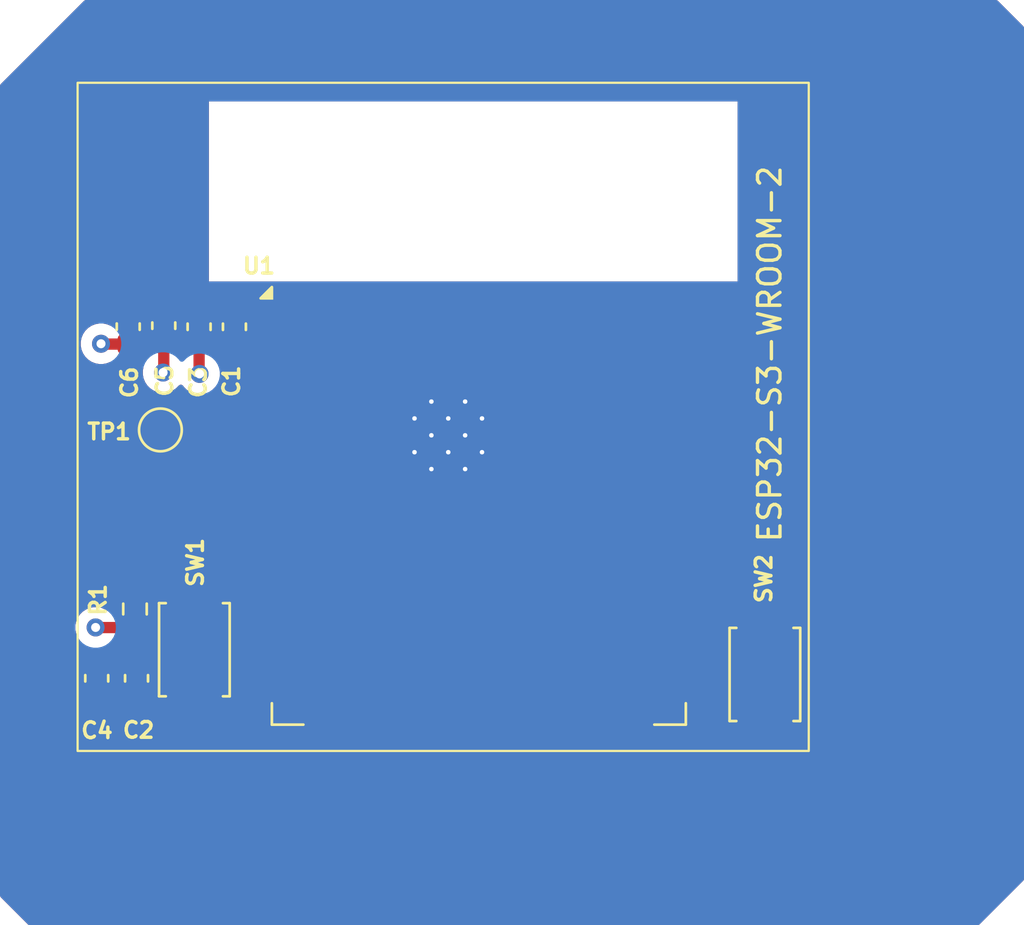
<source format=kicad_pcb>
(kicad_pcb (version 20241229) (generator "pcbnew") (generator_version "9.0")
  (layers (0 "F.Cu" signal) (4 "In1.Cu" signal) (6 "In2.Cu" signal) (2 "B.Cu" signal) (13 "F.Paste" user) (15 "B.Paste" user) (5 "F.SilkS" user "F.Silkscreen") (7 "B.SilkS" user "B.Silkscreen") (1 "F.Mask" user) (3 "B.Mask" user) (25 "Edge.Cuts" user))
  (net 0 "")
  (net 1 "/block_ESP32-S3-WROOM-2/+3V3")
  (net 2 "/block_ESP32-S3-WROOM-2/GND")
  (net 3 "Net-(U1-EN)")
  (net 4 "Net-(U1-IO0)")
  (net 5 "/block_ESP32-S3-WROOM-2/IO15")
  (net 7 "/block_ESP32-S3-WROOM-2/IO12")
  (net 8 "/block_ESP32-S3-WROOM-2/IO6")
  (net 9 "/block_ESP32-S3-WROOM-2/MTDO{slash}IO40")
  (net 10 "/block_ESP32-S3-WROOM-2/IO21")
  (net 11 "/block_ESP32-S3-WROOM-2/IO46")
  (net 12 "/block_ESP32-S3-WROOM-2/IO7")
  (net 13 "/block_ESP32-S3-WROOM-2/IO8")
  (net 14 "/block_ESP32-S3-WROOM-2/IO18")
  (net 15 "/block_ESP32-S3-WROOM-2/IO2")
  (net 16 "/block_ESP32-S3-WROOM-2/IO3")
  (net 17 "/block_ESP32-S3-WROOM-2/IO48")
  (net 18 "/block_ESP32-S3-WROOM-2/IO10")
  (net 19 "/block_ESP32-S3-WROOM-2/IO47")
  (net 20 "/block_ESP32-S3-WROOM-2/IO9")
  (net 21 "/block_ESP32-S3-WROOM-2/MTCK{slash}IO39")
  (net 22 "/block_ESP32-S3-WROOM-2/IO45")
  (net 24 "/block_ESP32-S3-WROOM-2/IO13")
  (net 25 "/block_ESP32-S3-WROOM-2/IO11")
  (net 26 "/block_ESP32-S3-WROOM-2/RXD0{slash}IO44")
  (net 27 "/block_ESP32-S3-WROOM-2/IO5")
  (net 28 "/block_ESP32-S3-WROOM-2/USB_D-")
  (net 30 "/block_ESP32-S3-WROOM-2/IO4")
  (net 31 "/block_ESP32-S3-WROOM-2/IO38")
  (net 32 "/block_ESP32-S3-WROOM-2/IO17")
  (net 33 "/block_ESP32-S3-WROOM-2/IO14")
  (net 34 "/block_ESP32-S3-WROOM-2/IO16")
  (net 35 "/block_ESP32-S3-WROOM-2/MTDI{slash}IO41")
  (net 36 "/block_ESP32-S3-WROOM-2/USB_D+")
  (net 37 "/block_ESP32-S3-WROOM-2/TXD0{slash}IO43")
  (net 38 "/block_ESP32-S3-WROOM-2/IO1")
  (net 39 "/block_ESP32-S3-WROOM-2/MTMS{slash}IO42")
  (footprint "Capacitor_SMD:C_0603_1608Metric" (layer "F.Cu") (at 62.06 59.72 90)
    (property "Reference" "C6" (at -2.48 0.05 90) (layer "F.SilkS") (effects (font (size 0.7 0.7) (thickness 0.153))))
    (property "Value" "0.1uF")
    (fp_line (start -0.14058 -0.51) (end 0.14058 -0.51) (stroke (width 0.12)) (layer "F.SilkS"))
    (fp_line (start -0.14058 0.51) (end 0.14058 0.51) (stroke (width 0.12)) (layer "F.SilkS"))
    (pad "1" smd roundrect (at -0.775 0 90) (size 0.9 0.95) (layers "F.Cu" "F.Mask" "F.Paste") (net 1 "/block_ESP32-S3-WROOM-2/+3V3"))
    (pad "2" smd roundrect (at 0.775 0 90) (size 0.9 0.95) (layers "F.Cu" "F.Mask" "F.Paste") (net 2 "/block_ESP32-S3-WROOM-2/GND"))
  )
  (footprint "TestPoint:TestPoint_Pad_D1.5mm" (layer "F.Cu") (at 63.49 64.31)
    (property "Reference" "TP1" (at -2.28 0.08 0) (layer "F.SilkS") (effects (font (size 0.7 0.7) (thickness 0.153))))
    (property "Value" "TestPoint")
    (fp_circle (center 0 0) (end 0 0.95) (stroke (width 0.12)) (fill no) (layer "F.SilkS"))
    (pad "1" smd circle (at 0 0) (size 1.5 1.5) (layers "F.Cu" "F.Mask") (net 3 "Net-(U1-EN)"))
  )
  (footprint "Capacitor_SMD:C_0603_1608Metric" (layer "F.Cu") (at 66.78 59.725 90)
    (property "Reference" "C1" (at -2.425 -0.13 90) (layer "F.SilkS") (effects (font (size 0.7 0.7) (thickness 0.153))))
    (property "Value" "22uF")
    (fp_line (start -0.14058 -0.51) (end 0.14058 -0.51) (stroke (width 0.12)) (layer "F.SilkS"))
    (fp_line (start -0.14058 0.51) (end 0.14058 0.51) (stroke (width 0.12)) (layer "F.SilkS"))
    (pad "1" smd roundrect (at -0.775 0 90) (size 0.9 0.95) (layers "F.Cu" "F.Mask" "F.Paste") (net 1 "/block_ESP32-S3-WROOM-2/+3V3"))
    (pad "2" smd roundrect (at 0.775 0 90) (size 0.9 0.95) (layers "F.Cu" "F.Mask" "F.Paste") (net 2 "/block_ESP32-S3-WROOM-2/GND"))
  )
  (footprint "RF_Module:ESP32-S3-WROOM-2" (layer "F.Cu") (at 77.645 64.46)
    (property "Reference" "U1" (at -10.575 -7.44 180) (layer "F.SilkS") (effects (font (size 0.7 0.7) (thickness 0.153)) (justify left)))
    (property "Value" "ESP32-S3-WROOM-2")
    (fp_line (start -9.2 12.95) (end -9.2 12) (stroke (width 0.12)) (layer "F.SilkS"))
    (fp_line (start -7.8 12.95) (end -9.2 12.95) (stroke (width 0.12)) (layer "F.SilkS"))
    (fp_line (start 7.8 12.95) (end 9.2 12.95) (stroke (width 0.12)) (layer "F.SilkS"))
    (fp_line (start 9.2 12.95) (end 9.2 12) (stroke (width 0.12)) (layer "F.SilkS"))
    (fp_poly (pts (xy -9.2 -6) (xy -9.7 -6) (xy -9.2 -6.5) (xy -9.2 -6)) (stroke (width 0.12)) (fill yes) (layer "F.SilkS"))
    (pad "1" smd rect (at -8.75 -5.26) (size 1.5 0.9) (layers "F.Cu" "F.Mask" "F.Paste") (net 2 "/block_ESP32-S3-WROOM-2/GND"))
    (pad "2" smd rect (at -8.75 -3.99) (size 1.5 0.9) (layers "F.Cu" "F.Mask" "F.Paste") (net 1 "/block_ESP32-S3-WROOM-2/+3V3"))
    (pad "3" smd rect (at -8.75 -2.72) (size 1.5 0.9) (layers "F.Cu" "F.Mask" "F.Paste") (net 3 "Net-(U1-EN)"))
    (pad "4" smd rect (at -8.75 -1.45) (size 1.5 0.9) (layers "F.Cu" "F.Mask" "F.Paste") (net 30 "/block_ESP32-S3-WROOM-2/IO4"))
    (pad "5" smd rect (at -8.75 -0.18) (size 1.5 0.9) (layers "F.Cu" "F.Mask" "F.Paste") (net 27 "/block_ESP32-S3-WROOM-2/IO5"))
    (pad "6" smd rect (at -8.75 1.09) (size 1.5 0.9) (layers "F.Cu" "F.Mask" "F.Paste") (net 8 "/block_ESP32-S3-WROOM-2/IO6"))
    (pad "7" smd rect (at -8.75 2.36) (size 1.5 0.9) (layers "F.Cu" "F.Mask" "F.Paste") (net 12 "/block_ESP32-S3-WROOM-2/IO7"))
    (pad "8" smd rect (at -8.75 3.63) (size 1.5 0.9) (layers "F.Cu" "F.Mask" "F.Paste") (net 5 "/block_ESP32-S3-WROOM-2/IO15"))
    (pad "9" smd rect (at -8.75 4.9) (size 1.5 0.9) (layers "F.Cu" "F.Mask" "F.Paste") (net 34 "/block_ESP32-S3-WROOM-2/IO16"))
    (pad "10" smd rect (at -8.75 6.17) (size 1.5 0.9) (layers "F.Cu" "F.Mask" "F.Paste") (net 32 "/block_ESP32-S3-WROOM-2/IO17"))
    (pad "11" smd rect (at -8.75 7.44) (size 1.5 0.9) (layers "F.Cu" "F.Mask" "F.Paste") (net 14 "/block_ESP32-S3-WROOM-2/IO18"))
    (pad "12" smd rect (at -8.75 8.71) (size 1.5 0.9) (layers "F.Cu" "F.Mask" "F.Paste") (net 13 "/block_ESP32-S3-WROOM-2/IO8"))
    (pad "13" smd rect (at -8.75 9.98) (size 1.5 0.9) (layers "F.Cu" "F.Mask" "F.Paste") (net 28 "/block_ESP32-S3-WROOM-2/USB_D-"))
    (pad "14" smd rect (at -8.75 11.25) (size 1.5 0.9) (layers "F.Cu" "F.Mask" "F.Paste") (net 36 "/block_ESP32-S3-WROOM-2/USB_D+"))
    (pad "15" smd rect (at -6.985 12.5 90) (size 1.5 0.9) (layers "F.Cu" "F.Mask" "F.Paste") (net 16 "/block_ESP32-S3-WROOM-2/IO3"))
    (pad "16" smd rect (at -5.715 12.5 90) (size 1.5 0.9) (layers "F.Cu" "F.Mask" "F.Paste") (net 11 "/block_ESP32-S3-WROOM-2/IO46"))
    (pad "17" smd rect (at -4.445 12.5 90) (size 1.5 0.9) (layers "F.Cu" "F.Mask" "F.Paste") (net 20 "/block_ESP32-S3-WROOM-2/IO9"))
    (pad "18" smd rect (at -3.175 12.5 90) (size 1.5 0.9) (layers "F.Cu" "F.Mask" "F.Paste") (net 18 "/block_ESP32-S3-WROOM-2/IO10"))
    (pad "19" smd rect (at -1.905 12.5 90) (size 1.5 0.9) (layers "F.Cu" "F.Mask" "F.Paste") (net 25 "/block_ESP32-S3-WROOM-2/IO11"))
    (pad "20" smd rect (at -0.635 12.5 90) (size 1.5 0.9) (layers "F.Cu" "F.Mask" "F.Paste") (net 7 "/block_ESP32-S3-WROOM-2/IO12"))
    (pad "21" smd rect (at 0.635 12.5 90) (size 1.5 0.9) (layers "F.Cu" "F.Mask" "F.Paste") (net 24 "/block_ESP32-S3-WROOM-2/IO13"))
    (pad "22" smd rect (at 1.905 12.5 90) (size 1.5 0.9) (layers "F.Cu" "F.Mask" "F.Paste") (net 33 "/block_ESP32-S3-WROOM-2/IO14"))
    (pad "23" smd rect (at 3.175 12.5 90) (size 1.5 0.9) (layers "F.Cu" "F.Mask" "F.Paste") (net 10 "/block_ESP32-S3-WROOM-2/IO21"))
    (pad "24" smd rect (at 4.445 12.5 90) (size 1.5 0.9) (layers "F.Cu" "F.Mask" "F.Paste") (net 19 "/block_ESP32-S3-WROOM-2/IO47"))
    (pad "25" smd rect (at 5.715 12.5 90) (size 1.5 0.9) (layers "F.Cu" "F.Mask" "F.Paste") (net 17 "/block_ESP32-S3-WROOM-2/IO48"))
    (pad "26" smd rect (at 6.985 12.5 90) (size 1.5 0.9) (layers "F.Cu" "F.Mask" "F.Paste") (net 22 "/block_ESP32-S3-WROOM-2/IO45"))
    (pad "27" smd rect (at 8.75 11.25) (size 1.5 0.9) (layers "F.Cu" "F.Mask" "F.Paste") (net 4 "Net-(U1-IO0)"))
    (pad "28" smd rect (at 8.75 9.98) (size 1.5 0.9) (layers "F.Cu" "F.Mask" "F.Paste"))
    (pad "29" smd rect (at 8.75 8.71) (size 1.5 0.9) (layers "F.Cu" "F.Mask" "F.Paste"))
    (pad "30" smd rect (at 8.75 7.44) (size 1.5 0.9) (layers "F.Cu" "F.Mask" "F.Paste"))
    (pad "31" smd rect (at 8.75 6.17) (size 1.5 0.9) (layers "F.Cu" "F.Mask" "F.Paste") (net 31 "/block_ESP32-S3-WROOM-2/IO38"))
    (pad "32" smd rect (at 8.75 4.9) (size 1.5 0.9) (layers "F.Cu" "F.Mask" "F.Paste") (net 21 "/block_ESP32-S3-WROOM-2/MTCK{slash}IO39"))
    (pad "33" smd rect (at 8.75 3.63) (size 1.5 0.9) (layers "F.Cu" "F.Mask" "F.Paste") (net 9 "/block_ESP32-S3-WROOM-2/MTDO{slash}IO40"))
    (pad "34" smd rect (at 8.75 2.36) (size 1.5 0.9) (layers "F.Cu" "F.Mask" "F.Paste") (net 35 "/block_ESP32-S3-WROOM-2/MTDI{slash}IO41"))
    (pad "35" smd rect (at 8.75 1.09) (size 1.5 0.9) (layers "F.Cu" "F.Mask" "F.Paste") (net 39 "/block_ESP32-S3-WROOM-2/MTMS{slash}IO42"))
    (pad "36" smd rect (at 8.75 -0.18) (size 1.5 0.9) (layers "F.Cu" "F.Mask" "F.Paste") (net 26 "/block_ESP32-S3-WROOM-2/RXD0{slash}IO44"))
    (pad "37" smd rect (at 8.75 -1.45) (size 1.5 0.9) (layers "F.Cu" "F.Mask" "F.Paste") (net 37 "/block_ESP32-S3-WROOM-2/TXD0{slash}IO43"))
    (pad "38" smd rect (at 8.75 -2.72) (size 1.5 0.9) (layers "F.Cu" "F.Mask" "F.Paste") (net 15 "/block_ESP32-S3-WROOM-2/IO2"))
    (pad "39" smd rect (at 8.75 -3.99) (size 1.5 0.9) (layers "F.Cu" "F.Mask" "F.Paste") (net 38 "/block_ESP32-S3-WROOM-2/IO1"))
    (pad "40" smd rect (at 8.75 -5.26) (size 1.5 0.9) (layers "F.Cu" "F.Mask" "F.Paste") (net 2 "/block_ESP32-S3-WROOM-2/GND"))
    (pad "41" smd rect (at -2.86 -1.41) (size 1 1) (property pad_prop_heatsink) (layers "F.Cu" "F.Mask" "F.Paste") (net 2 "/block_ESP32-S3-WROOM-2/GND"))
    (pad "41" thru_hole circle (at -2.86 -0.66) (size 0.6 0.6) (drill 0.2) (property pad_prop_heatsink) (layers "*.Cu" "*.Mask") (net 2 "/block_ESP32-S3-WROOM-2/GND"))
    (pad "41" smd rect (at -2.86 0.09) (size 1 1) (property pad_prop_heatsink) (layers "F.Cu" "F.Mask" "F.Paste") (net 2 "/block_ESP32-S3-WROOM-2/GND"))
    (pad "41" thru_hole circle (at -2.86 0.84) (size 0.6 0.6) (drill 0.2) (property pad_prop_heatsink) (layers "*.Cu" "*.Mask") (net 2 "/block_ESP32-S3-WROOM-2/GND"))
    (pad "41" smd rect (at -2.86 1.59) (size 1 1) (property pad_prop_heatsink) (layers "F.Cu" "F.Mask" "F.Paste") (net 2 "/block_ESP32-S3-WROOM-2/GND"))
    (pad "41" thru_hole circle (at -2.11 -1.41) (size 0.6 0.6) (drill 0.2) (property pad_prop_heatsink) (layers "*.Cu" "*.Mask") (net 2 "/block_ESP32-S3-WROOM-2/GND"))
    (pad "41" thru_hole circle (at -2.11 0.09) (size 0.6 0.6) (drill 0.2) (property pad_prop_heatsink) (layers "*.Cu" "*.Mask") (net 2 "/block_ESP32-S3-WROOM-2/GND"))
    (pad "41" thru_hole circle (at -2.11 1.59) (size 0.6 0.6) (drill 0.2) (property pad_prop_heatsink) (layers "*.Cu" "*.Mask") (net 2 "/block_ESP32-S3-WROOM-2/GND"))
    (pad "41" smd rect (at -1.36 -1.41) (size 1 1) (property pad_prop_heatsink) (layers "F.Cu" "F.Mask" "F.Paste") (net 2 "/block_ESP32-S3-WROOM-2/GND"))
    (pad "41" thru_hole circle (at -1.36 -0.66) (size 0.6 0.6) (drill 0.2) (property pad_prop_heatsink) (layers "*.Cu" "*.Mask") (net 2 "/block_ESP32-S3-WROOM-2/GND"))
    (pad "41" smd rect (at -1.36 0.09) (size 1 1) (property pad_prop_heatsink) (layers "F.Cu" "F.Mask" "F.Paste") (net 2 "/block_ESP32-S3-WROOM-2/GND"))
    (pad "41" thru_hole circle (at -1.36 0.84) (size 0.6 0.6) (drill 0.2) (property pad_prop_heatsink) (layers "*.Cu" "*.Mask") (net 2 "/block_ESP32-S3-WROOM-2/GND"))
    (pad "41" smd rect (at -1.36 1.59) (size 1 1) (property pad_prop_heatsink) (layers "F.Cu" "F.Mask" "F.Paste") (net 2 "/block_ESP32-S3-WROOM-2/GND"))
    (pad "41" thru_hole circle (at -0.61 -1.41) (size 0.6 0.6) (drill 0.2) (property pad_prop_heatsink) (layers "*.Cu" "*.Mask") (net 2 "/block_ESP32-S3-WROOM-2/GND"))
    (pad "41" thru_hole circle (at -0.61 0.09) (size 0.6 0.6) (drill 0.2) (property pad_prop_heatsink) (layers "*.Cu" "*.Mask") (net 2 "/block_ESP32-S3-WROOM-2/GND"))
    (pad "41" thru_hole circle (at -0.61 1.59) (size 0.6 0.6) (drill 0.2) (property pad_prop_heatsink) (layers "*.Cu" "*.Mask") (net 2 "/block_ESP32-S3-WROOM-2/GND"))
    (pad "41" smd rect (at 0.14 -1.41) (size 1 1) (property pad_prop_heatsink) (layers "F.Cu" "F.Mask" "F.Paste") (net 2 "/block_ESP32-S3-WROOM-2/GND"))
    (pad "41" thru_hole circle (at 0.14 -0.66) (size 0.6 0.6) (drill 0.2) (property pad_prop_heatsink) (layers "*.Cu" "*.Mask") (net 2 "/block_ESP32-S3-WROOM-2/GND"))
    (pad "41" smd rect (at 0.14 0.09) (size 1 1) (property pad_prop_heatsink) (layers "F.Cu" "F.Mask" "F.Paste") (net 2 "/block_ESP32-S3-WROOM-2/GND"))
    (pad "41" thru_hole circle (at 0.14 0.84) (size 0.6 0.6) (drill 0.2) (property pad_prop_heatsink) (layers "*.Cu" "*.Mask") (net 2 "/block_ESP32-S3-WROOM-2/GND"))
    (pad "41" smd rect (at 0.14 1.59) (size 1 1) (property pad_prop_heatsink) (layers "F.Cu" "F.Mask" "F.Paste") (net 2 "/block_ESP32-S3-WROOM-2/GND"))
    (zone (net 0) (net_name "") (layers "F.Cu" "B.Cu" "In1.Cu" "In2.Cu") (connect_pads (clearance 0)) (min_thickness 0.25)
      (keepout (tracks not_allowed) (vias not_allowed) (pads not_allowed) (copperpour not_allowed) (footprints not_allowed))
      (fill (thermal_gap 0.5) (thermal_bridge_width 0.5))
      (polygon (pts (xy 65.645 49.71) (xy 89.145 49.71) (xy 89.145 57.71) (xy 65.645 57.71)))
    )
  )
  (footprint "Button_Switch_SMD:SW_Push_SPST_NO_Alps_SKRK" (layer "F.Cu") (at 90.36 75.18 90)
    (property "Reference" "SW2" (at 4.26 -0.05 90) (layer "F.SilkS") (effects (font (size 0.7 0.7) (thickness 0.153))))
    (property "Value" "SW_Push")
    (fp_line (start 2.07 -1.57) (end 2.07 -1.27) (stroke (width 0.12)) (layer "F.SilkS"))
    (fp_line (start -2.07 -1.57) (end 2.07 -1.57) (stroke (width 0.12)) (layer "F.SilkS"))
    (fp_line (start -2.07 -1.27) (end -2.07 -1.57) (stroke (width 0.12)) (layer "F.SilkS"))
    (fp_line (start 2.07 1.27) (end 2.07 1.57) (stroke (width 0.12)) (layer "F.SilkS"))
    (fp_line (start 2.07 1.57) (end -2.07 1.57) (stroke (width 0.12)) (layer "F.SilkS"))
    (fp_line (start -2.07 1.57) (end -2.07 1.27) (stroke (width 0.12)) (layer "F.SilkS"))
    (pad "1" smd roundrect (at -2.1 0 90) (size 0.8 2) (layers "F.Cu" "F.Mask" "F.Paste") (net 4 "Net-(U1-IO0)"))
    (pad "2" smd roundrect (at 2.1 0 90) (size 0.8 2) (layers "F.Cu" "F.Mask" "F.Paste") (net 2 "/block_ESP32-S3-WROOM-2/GND"))
  )
  (footprint "Capacitor_SMD:C_0603_1608Metric" (layer "F.Cu") (at 65.21 59.725 90)
    (property "Reference" "C3" (at -2.465 -0.04 90) (layer "F.SilkS") (effects (font (size 0.7 0.7) (thickness 0.153))))
    (property "Value" "0.1uF")
    (fp_line (start -0.14058 -0.51) (end 0.14058 -0.51) (stroke (width 0.12)) (layer "F.SilkS"))
    (fp_line (start -0.14058 0.51) (end 0.14058 0.51) (stroke (width 0.12)) (layer "F.SilkS"))
    (pad "1" smd roundrect (at -0.775 0 90) (size 0.9 0.95) (layers "F.Cu" "F.Mask" "F.Paste") (net 1 "/block_ESP32-S3-WROOM-2/+3V3"))
    (pad "2" smd roundrect (at 0.775 0 90) (size 0.9 0.95) (layers "F.Cu" "F.Mask" "F.Paste") (net 2 "/block_ESP32-S3-WROOM-2/GND"))
  )
  (footprint "Capacitor_SMD:C_0603_1608Metric" (layer "F.Cu") (at 63.64 59.675 90)
    (property "Reference" "C5" (at -2.455 0.04 90) (layer "F.SilkS") (effects (font (size 0.7 0.7) (thickness 0.153))))
    (property "Value" "0.1uF")
    (fp_line (start -0.14058 -0.51) (end 0.14058 -0.51) (stroke (width 0.12)) (layer "F.SilkS"))
    (fp_line (start -0.14058 0.51) (end 0.14058 0.51) (stroke (width 0.12)) (layer "F.SilkS"))
    (pad "1" smd roundrect (at -0.775 0 90) (size 0.9 0.95) (layers "F.Cu" "F.Mask" "F.Paste") (net 1 "/block_ESP32-S3-WROOM-2/+3V3"))
    (pad "2" smd roundrect (at 0.775 0 90) (size 0.9 0.95) (layers "F.Cu" "F.Mask" "F.Paste") (net 2 "/block_ESP32-S3-WROOM-2/GND"))
  )
  (footprint "Button_Switch_SMD:SW_Push_SPST_NO_Alps_SKRK" (layer "F.Cu") (at 65 74.08 90)
    (property "Reference" "SW1" (at 3.88 0.04 90) (layer "F.SilkS") (effects (font (size 0.7 0.7) (thickness 0.153))))
    (property "Value" "SW_Push")
    (fp_line (start 2.07 -1.57) (end 2.07 -1.27) (stroke (width 0.12)) (layer "F.SilkS"))
    (fp_line (start -2.07 -1.57) (end 2.07 -1.57) (stroke (width 0.12)) (layer "F.SilkS"))
    (fp_line (start -2.07 -1.27) (end -2.07 -1.57) (stroke (width 0.12)) (layer "F.SilkS"))
    (fp_line (start 2.07 1.27) (end 2.07 1.57) (stroke (width 0.12)) (layer "F.SilkS"))
    (fp_line (start 2.07 1.57) (end -2.07 1.57) (stroke (width 0.12)) (layer "F.SilkS"))
    (fp_line (start -2.07 1.57) (end -2.07 1.27) (stroke (width 0.12)) (layer "F.SilkS"))
    (pad "1" smd roundrect (at -2.1 0 90) (size 0.8 2) (layers "F.Cu" "F.Mask" "F.Paste") (net 2 "/block_ESP32-S3-WROOM-2/GND"))
    (pad "2" smd roundrect (at 2.1 0 90) (size 0.8 2) (layers "F.Cu" "F.Mask" "F.Paste") (net 3 "Net-(U1-EN)"))
  )
  (footprint "Resistor_SMD:R_0603_1608Metric" (layer "F.Cu") (at 62.36 72.27 90)
    (property "Reference" "R1" (at 0.41 -1.64 90) (layer "F.SilkS") (effects (font (size 0.7 0.7) (thickness 0.153))))
    (property "Value" "10k")
    (fp_line (start -0.237258 -0.5225) (end 0.237258 -0.5225) (stroke (width 0.12)) (layer "F.SilkS"))
    (fp_line (start -0.237258 0.5225) (end 0.237258 0.5225) (stroke (width 0.12)) (layer "F.SilkS"))
    (pad "1" smd roundrect (at -0.825 0 90) (size 0.8 0.95) (layers "F.Cu" "F.Mask" "F.Paste") (net 1 "/block_ESP32-S3-WROOM-2/+3V3"))
    (pad "2" smd roundrect (at 0.825 0 90) (size 0.8 0.95) (layers "F.Cu" "F.Mask" "F.Paste") (net 3 "Net-(U1-EN)"))
  )
  (footprint "Capacitor_SMD:C_0603_1608Metric" (layer "F.Cu") (at 60.66 75.35 -90)
    (property "Reference" "C4" (at 2.32 -0.01 180) (layer "F.SilkS") (effects (font (size 0.7 0.7) (thickness 0.153))))
    (property "Value" "0.1uF")
    (fp_line (start -0.14058 0.51) (end 0.14058 0.51) (stroke (width 0.12)) (layer "F.SilkS"))
    (fp_line (start -0.14058 -0.51) (end 0.14058 -0.51) (stroke (width 0.12)) (layer "F.SilkS"))
    (pad "1" smd roundrect (at -0.775 0 270) (size 0.9 0.95) (layers "F.Cu" "F.Mask" "F.Paste") (net 3 "Net-(U1-EN)"))
    (pad "2" smd roundrect (at 0.775 0 270) (size 0.9 0.95) (layers "F.Cu" "F.Mask" "F.Paste") (net 2 "/block_ESP32-S3-WROOM-2/GND"))
  )
  (footprint "Capacitor_SMD:C_0603_1608Metric" (layer "F.Cu") (at 62.43 75.35 -90)
    (property "Reference" "C2" (at 2.305 -0.09 180) (layer "F.SilkS") (effects (font (size 0.7 0.7) (thickness 0.153))))
    (property "Value" "1uF")
    (fp_line (start -0.14058 0.51) (end 0.14058 0.51) (stroke (width 0.12)) (layer "F.SilkS"))
    (fp_line (start -0.14058 -0.51) (end 0.14058 -0.51) (stroke (width 0.12)) (layer "F.SilkS"))
    (pad "1" smd roundrect (at -0.775 0 270) (size 0.9 0.95) (layers "F.Cu" "F.Mask" "F.Paste") (net 3 "Net-(U1-EN)"))
    (pad "2" smd roundrect (at 0.775 0 270) (size 0.9 0.95) (layers "F.Cu" "F.Mask" "F.Paste") (net 2 "/block_ESP32-S3-WROOM-2/GND"))
  )
  (gr_rect (start 59.81 48.88) (end 92.31 78.58) (stroke (width 0.1)) (fill no) (layer "F.SilkS"))
  (gr_text "ESP32-S3-WROOM-2" (at 91.16 69.39 90) (layer "F.SilkS") (effects (font (size 1 1)) (justify left bottom)))
  (segment (start 65.21 61.8) (end 65.23 61.82) (width 0.5) (layer "F.Cu") (net 1))
  (segment (start 63.64 60.45) (end 65.16 60.45) (width 0.5) (layer "F.Cu") (net 1))
  (segment (start 62.06 60.495) (end 63.595 60.495) (width 0.5) (layer "F.Cu") (net 1))
  (segment (start 65.21 60.5) (end 66.78 60.5) (width 0.5) (layer "F.Cu") (net 1))
  (segment (start 66.78 60.5) (end 68.865 60.5) (width 0.5) (layer "F.Cu") (net 1))
  (segment (start 62.36 73.095) (end 60.615 73.095) (width 0.5) (layer "F.Cu") (net 1))
  (segment (start 65.16 60.45) (end 65.21 60.5) (width 0.5) (layer "F.Cu") (net 1))
  (segment (start 60.865 60.495) (end 60.85 60.48) (width 0.5) (layer "F.Cu") (net 1))
  (segment (start 63.64 60.45) (end 63.64 61.73) (width 0.5) (layer "F.Cu") (net 1))
  (segment (start 60.615 73.095) (end 60.61 73.09) (width 0.5) (layer "F.Cu") (net 1))
  (segment (start 68.865 60.5) (end 68.895 60.47) (width 0.5) (layer "F.Cu") (net 1))
  (segment (start 63.64 61.73) (end 63.61 61.76) (width 0.5) (layer "F.Cu") (net 1))
  (segment (start 65.21 60.5) (end 65.21 61.8) (width 0.5) (layer "F.Cu") (net 1))
  (segment (start 62.06 60.495) (end 60.865 60.495) (width 0.5) (layer "F.Cu") (net 1))
  (segment (start 63.595 60.495) (end 63.64 60.45) (width 0.5) (layer "F.Cu") (net 1))
  (via (at 63.61 61.76) (size 0.8) (drill 0.4) (layers "F.Cu" "B.Cu") (net 1))
  (via (at 65.23 61.82) (size 0.8) (drill 0.4) (layers "F.Cu" "B.Cu") (net 1))
  (via (at 60.61 73.09) (size 0.8) (drill 0.4) (layers "F.Cu" "B.Cu") (net 1))
  (via (at 60.85 60.48) (size 0.8) (drill 0.4) (layers "F.Cu" "B.Cu") (net 1))
  (segment (start 62.895 71.98) (end 62.36 71.445) (width 0.5) (layer "F.Cu") (net 3))
  (segment (start 62.36 65.44) (end 62.36 71.445) (width 0.5) (layer "F.Cu") (net 3))
  (segment (start 68.895 61.74) (end 66.94 61.74) (width 0.5) (layer "F.Cu") (net 3))
  (segment (start 65 71.98) (end 62.895 71.98) (width 0.5) (layer "F.Cu") (net 3))
  (segment (start 63.49 64.31) (end 62.36 65.44) (width 0.5) (layer "F.Cu") (net 3))
  (segment (start 60.59 74.725) (end 60.645 74.67) (width 0.5) (layer "F.Cu") (net 3))
  (segment (start 60.645 74.67) (end 64.32 74.67) (width 0.5) (layer "F.Cu") (net 3))
  (segment (start 64.32 74.67) (end 65 73.99) (width 0.5) (layer "F.Cu") (net 3))
  (segment (start 65 73.99) (end 65 71.98) (width 0.5) (layer "F.Cu") (net 3))
  (segment (start 64.37 64.31) (end 63.49 64.31) (width 0.5) (layer "F.Cu") (net 3))
  (segment (start 66.94 61.74) (end 64.37 64.31) (width 0.5) (layer "F.Cu") (net 3))
  (segment (start 89.81 75.71) (end 90.36 76.26) (width 0.5) (layer "F.Cu") (net 4))
  (segment (start 86.395 75.71) (end 89.81 75.71) (width 0.5) (layer "F.Cu") (net 4))
  (segment (start 90.36 76.26) (end 90.36 77.28) (width 0.5) (layer "F.Cu") (net 4))
  (zone (net 2) (net_name "/block_ESP32-S3-WROOM-2/GND") (layers "F.Cu" "B.Cu" "In1.Cu" "In2.Cu") (name "TBR") (connect_pads yes (clearance 0.5)) (min_thickness 0.25) (fill yes (thermal_gap 0.5) (thermal_bridge_width 0.5))
    (polygon (pts (xy 60.13 45.2) (xy 100.68 45.2) (xy 101.88 46.4) (xy 101.88 84.31) (xy 99.86 86.33) (xy 57.64 86.33) (xy 56.36 85.05) (xy 56.36 48.97)))
  )
)
</source>
